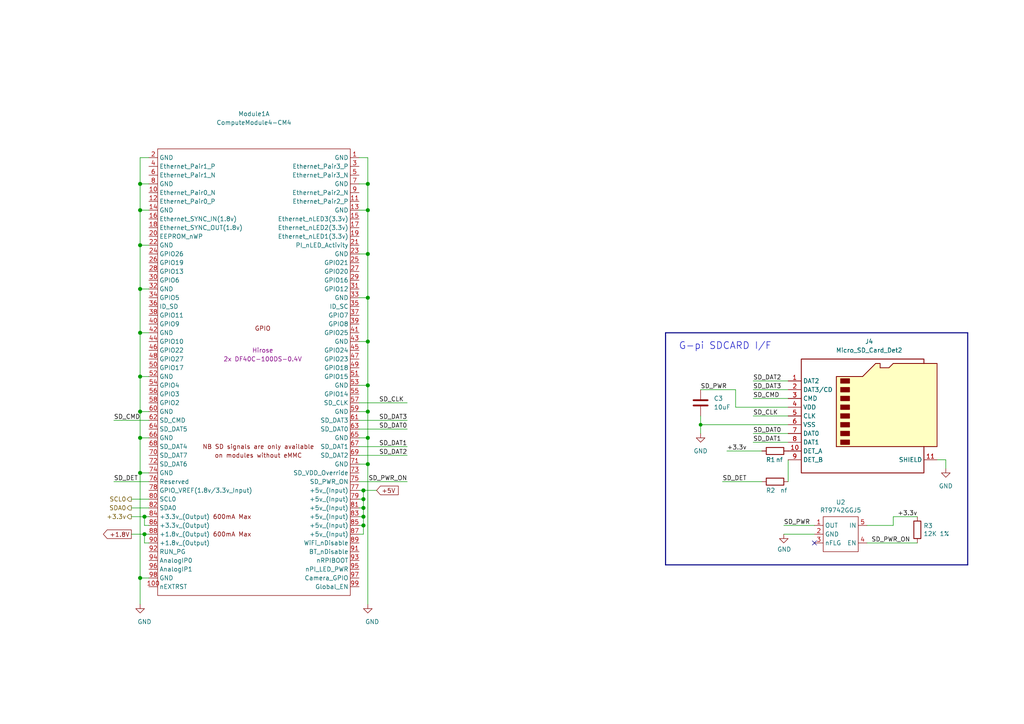
<source format=kicad_sch>
(kicad_sch (version 20230121) (generator eeschema)
  (paper "A4")
  (title_block (title "base") (date "2024-07-13") (rev "v01") (comment 2 "creativecommons.org/licenses/by-sa/4.0") (comment 3 "License: CC BY 4.0") (comment 4 "Author: Lucas Gomes "))
  (lib_symbols
    (symbol "CM4IO:ComputeModule4-CM4"
      (property "Reference" "Module" (at 113.03 -68.58 0))
      (property "Value" "ComputeModule4-CM4" (at 140.97 2.54 0))
      (property "Manufacturer" "Hirose" (at 0 0 0))
      (property "MPN" "2x DF40C-100DS-0.4V" (at 0 -2.54 0))
      (property "MPN (Alt)" "2x DF40HC(3.0)-100DS-0.4V" (at 0 0 0))
      (symbol "ComputeModule4-CM4_1_0"
        (text "GPIO" (at 0 6.35 0) (effects (font (size 1.27 1.27))))
      )
      (symbol "ComputeModule4-CM4_1_1"
        (rectangle (start -30.48 -71.12) (end 25.4 58.42))
        (text "600mA Max" (at -8.89 -53.34 0) (effects (font (size 1.27 1.27))))
        (text "600mA Max" (at -8.89 -48.26 0) (effects (font (size 1.27 1.27))))
        (text "NB SD signals are only available" (at -1.27 -27.94 0) (effects (font (size 1.27 1.27))))
        (text "on modules without eMMC" (at -1.27 -30.48 0) (effects (font (size 1.27 1.27))))
        (pin power_in line (at 27.94 55.88 180) (length 2.54) (name "GND") (number "1"))
        (pin passive line (at -33.02 45.72 0) (length 2.54) (name "Ethernet_Pair0_N") (number "10"))
        (pin output line (at -33.02 -68.58 0) (length 2.54) (name "nEXTRST") (number "100"))
        (pin passive line (at 27.94 43.18 180) (length 2.54) (name "Ethernet_Pair2_P") (number "11"))
        (pin passive line (at -33.02 43.18 0) (length 2.54) (name "Ethernet_Pair0_P") (number "12"))
        (pin power_in line (at 27.94 40.64 180) (length 2.54) (name "GND") (number "13"))
        (pin power_in line (at -33.02 40.64 0) (length 2.54) (name "GND") (number "14"))
        (pin output line (at 27.94 38.1 180) (length 2.54) (name "Ethernet_nLED3(3.3v)") (number "15"))
        (pin input line (at -33.02 38.1 0) (length 2.54) (name "Ethernet_SYNC_IN(1.8v)") (number "16"))
        (pin output line (at 27.94 35.56 180) (length 2.54) (name "Ethernet_nLED2(3.3v)") (number "17"))
        (pin input line (at -33.02 35.56 0) (length 2.54) (name "Ethernet_SYNC_OUT(1.8v)") (number "18"))
        (pin output line (at 27.94 33.02 180) (length 2.54) (name "Ethernet_nLED1(3.3v)") (number "19"))
        (pin power_in line (at -33.02 55.88 0) (length 2.54) (name "GND") (number "2"))
        (pin passive line (at -33.02 33.02 0) (length 2.54) (name "EEPROM_nWP") (number "20"))
        (pin open_collector line (at 27.94 30.48 180) (length 2.54) (name "PI_nLED_Activity") (number "21"))
        (pin power_in line (at -33.02 30.48 0) (length 2.54) (name "GND") (number "22"))
        (pin power_in line (at 27.94 27.94 180) (length 2.54) (name "GND") (number "23"))
        (pin passive line (at -33.02 27.94 0) (length 2.54) (name "GPIO26") (number "24"))
        (pin passive line (at 27.94 25.4 180) (length 2.54) (name "GPIO21") (number "25"))
        (pin passive line (at -33.02 25.4 0) (length 2.54) (name "GPIO19") (number "26"))
        (pin passive line (at 27.94 22.86 180) (length 2.54) (name "GPIO20") (number "27"))
        (pin passive line (at -33.02 22.86 0) (length 2.54) (name "GPIO13") (number "28"))
        (pin passive line (at 27.94 20.32 180) (length 2.54) (name "GPIO16") (number "29"))
        (pin passive line (at 27.94 53.34 180) (length 2.54) (name "Ethernet_Pair3_P") (number "3"))
        (pin passive line (at -33.02 20.32 0) (length 2.54) (name "GPIO6") (number "30"))
        (pin passive line (at 27.94 17.78 180) (length 2.54) (name "GPIO12") (number "31"))
        (pin power_in line (at -33.02 17.78 0) (length 2.54) (name "GND") (number "32"))
        (pin power_in line (at 27.94 15.24 180) (length 2.54) (name "GND") (number "33"))
        (pin passive line (at -33.02 15.24 0) (length 2.54) (name "GPIO5") (number "34"))
        (pin passive line (at 27.94 12.7 180) (length 2.54) (name "ID_SC") (number "35"))
        (pin passive line (at -33.02 12.7 0) (length 2.54) (name "ID_SD") (number "36"))
        (pin passive line (at 27.94 10.16 180) (length 2.54) (name "GPIO7") (number "37"))
        (pin passive line (at -33.02 10.16 0) (length 2.54) (name "GPIO11") (number "38"))
        (pin passive line (at 27.94 7.62 180) (length 2.54) (name "GPIO8") (number "39"))
        (pin passive line (at -33.02 53.34 0) (length 2.54) (name "Ethernet_Pair1_P") (number "4"))
        (pin passive line (at -33.02 7.62 0) (length 2.54) (name "GPIO9") (number "40"))
        (pin passive line (at 27.94 5.08 180) (length 2.54) (name "GPIO25") (number "41"))
        (pin power_in line (at -33.02 5.08 0) (length 2.54) (name "GND") (number "42"))
        (pin power_in line (at 27.94 2.54 180) (length 2.54) (name "GND") (number "43"))
        (pin passive line (at -33.02 2.54 0) (length 2.54) (name "GPIO10") (number "44"))
        (pin passive line (at 27.94 0 180) (length 2.54) (name "GPIO24") (number "45"))
        (pin passive line (at -33.02 0 0) (length 2.54) (name "GPIO22") (number "46"))
        (pin passive line (at 27.94 -2.54 180) (length 2.54) (name "GPIO23") (number "47"))
        (pin passive line (at -33.02 -2.54 0) (length 2.54) (name "GPIO27") (number "48"))
        (pin passive line (at 27.94 -5.08 180) (length 2.54) (name "GPIO18") (number "49"))
        (pin passive line (at 27.94 50.8 180) (length 2.54) (name "Ethernet_Pair3_N") (number "5"))
        (pin passive line (at -33.02 -5.08 0) (length 2.54) (name "GPIO17") (number "50"))
        (pin passive line (at 27.94 -7.62 180) (length 2.54) (name "GPIO15") (number "51"))
        (pin power_in line (at -33.02 -7.62 0) (length 2.54) (name "GND") (number "52"))
        (pin power_in line (at 27.94 -10.16 180) (length 2.54) (name "GND") (number "53"))
        (pin passive line (at -33.02 -10.16 0) (length 2.54) (name "GPIO4") (number "54"))
        (pin passive line (at 27.94 -12.7 180) (length 2.54) (name "GPIO14") (number "55"))
        (pin passive line (at -33.02 -12.7 0) (length 2.54) (name "GPIO3") (number "56"))
        (pin passive line (at 27.94 -15.24 180) (length 2.54) (name "SD_CLK") (number "57"))
        (pin passive line (at -33.02 -15.24 0) (length 2.54) (name "GPIO2") (number "58"))
        (pin power_in line (at 27.94 -17.78 180) (length 2.54) (name "GND") (number "59"))
        (pin passive line (at -33.02 50.8 0) (length 2.54) (name "Ethernet_Pair1_N") (number "6"))
        (pin power_in line (at -33.02 -17.78 0) (length 2.54) (name "GND") (number "60"))
        (pin passive line (at 27.94 -20.32 180) (length 2.54) (name "SD_DAT3") (number "61"))
        (pin passive line (at -33.02 -20.32 0) (length 2.54) (name "SD_CMD") (number "62"))
        (pin passive line (at 27.94 -22.86 180) (length 2.54) (name "SD_DAT0") (number "63"))
        (pin passive line (at -33.02 -22.86 0) (length 2.54) (name "SD_DAT5") (number "64"))
        (pin power_in line (at 27.94 -25.4 180) (length 2.54) (name "GND") (number "65"))
        (pin power_in line (at -33.02 -25.4 0) (length 2.54) (name "GND") (number "66"))
        (pin passive line (at 27.94 -27.94 180) (length 2.54) (name "SD_DAT1") (number "67"))
        (pin passive line (at -33.02 -27.94 0) (length 2.54) (name "SD_DAT4") (number "68"))
        (pin passive line (at 27.94 -30.48 180) (length 2.54) (name "SD_DAT2") (number "69"))
        (pin power_in line (at 27.94 48.26 180) (length 2.54) (name "GND") (number "7"))
        (pin passive line (at -33.02 -30.48 0) (length 2.54) (name "SD_DAT7") (number "70"))
        (pin power_in line (at 27.94 -33.02 180) (length 2.54) (name "GND") (number "71"))
        (pin passive line (at -33.02 -33.02 0) (length 2.54) (name "SD_DAT6") (number "72"))
        (pin input line (at 27.94 -35.56 180) (length 2.54) (name "SD_VDD_Override") (number "73"))
        (pin power_in line (at -33.02 -35.56 0) (length 2.54) (name "GND") (number "74"))
        (pin output line (at 27.94 -38.1 180) (length 2.54) (name "SD_PWR_ON") (number "75"))
        (pin passive line (at -33.02 -38.1 0) (length 2.54) (name "Reserved") (number "76"))
        (pin power_in line (at 27.94 -40.64 180) (length 2.54) (name "+5v_(Input)") (number "77"))
        (pin power_in line (at -33.02 -40.64 0) (length 2.54) (name "GPIO_VREF(1.8v/3.3v_Input)") (number "78"))
        (pin power_in line (at 27.94 -43.18 180) (length 2.54) (name "+5v_(Input)") (number "79"))
        (pin power_in line (at -33.02 48.26 0) (length 2.54) (name "GND") (number "8"))
        (pin passive line (at -33.02 -43.18 0) (length 2.54) (name "SCL0") (number "80"))
        (pin power_in line (at 27.94 -45.72 180) (length 2.54) (name "+5v_(Input)") (number "81"))
        (pin passive line (at -33.02 -45.72 0) (length 2.54) (name "SDA0") (number "82"))
        (pin power_in line (at 27.94 -48.26 180) (length 2.54) (name "+5v_(Input)") (number "83"))
        (pin power_out line (at -33.02 -48.26 0) (length 2.54) (name "+3.3v_(Output)") (number "84"))
        (pin power_in line (at 27.94 -50.8 180) (length 2.54) (name "+5v_(Input)") (number "85"))
        (pin power_out line (at -33.02 -50.8 0) (length 2.54) (name "+3.3v_(Output)") (number "86"))
        (pin power_in line (at 27.94 -53.34 180) (length 2.54) (name "+5v_(Input)") (number "87"))
        (pin power_out line (at -33.02 -53.34 0) (length 2.54) (name "+1.8v_(Output)") (number "88"))
        (pin power_in line (at 27.94 -55.88 180) (length 2.54) (name "WiFi_nDisable") (number "89"))
        (pin passive line (at 27.94 45.72 180) (length 2.54) (name "Ethernet_Pair2_N") (number "9"))
        (pin power_out line (at -33.02 -55.88 0) (length 2.54) (name "+1.8v_(Output)") (number "90"))
        (pin power_in line (at 27.94 -58.42 180) (length 2.54) (name "BT_nDisable") (number "91"))
        (pin passive line (at -33.02 -58.42 0) (length 2.54) (name "RUN_PG") (number "92"))
        (pin input line (at 27.94 -60.96 180) (length 2.54) (name "nRPIBOOT") (number "93"))
        (pin passive line (at -33.02 -60.96 0) (length 2.54) (name "AnalogIP0") (number "94"))
        (pin output line (at 27.94 -63.5 180) (length 2.54) (name "nPI_LED_PWR") (number "95"))
        (pin passive line (at -33.02 -63.5 0) (length 2.54) (name "AnalogIP1") (number "96"))
        (pin passive line (at 27.94 -66.04 180) (length 2.54) (name "Camera_GPIO") (number "97"))
        (pin power_in line (at -33.02 -66.04 0) (length 2.54) (name "GND") (number "98"))
        (pin input line (at 27.94 -68.58 180) (length 2.54) (name "Global_EN") (number "99"))
      )
      (symbol "ComputeModule4-CM4_2_1"
        (rectangle (start 114.3 -66.04) (end 165.1 63.5))
        (text "High Speed Serial" (at 140.97 0 0) (effects (font (size 1.27 1.27))))
        (pin input line (at 170.18 60.96 180) (length 5.08) (name "USB_OTG_ID") (number "101"))
        (pin input line (at 109.22 60.96 0) (length 5.08) (name "PCIe_CLK_nREQ") (number "102"))
        (pin passive line (at 170.18 58.42 180) (length 5.08) (name "USB2_N") (number "103"))
        (pin passive line (at 109.22 58.42 0) (length 5.08) (name "Reserved") (number "104"))
        (pin passive line (at 170.18 55.88 180) (length 5.08) (name "USB2_P") (number "105"))
        (pin passive line (at 109.22 55.88 0) (length 5.08) (name "Reserved") (number "106"))
        (pin power_in line (at 170.18 53.34 180) (length 5.08) (name "GND") (number "107"))
        (pin power_in line (at 109.22 53.34 0) (length 5.08) (name "GND") (number "108"))
        (pin bidirectional line (at 170.18 50.8 180) (length 5.08) (name "PCIe_nRST") (number "109"))
        (pin output line (at 109.22 50.8 0) (length 5.08) (name "PCIe_CLK_P") (number "110"))
        (pin passive line (at 170.18 48.26 180) (length 5.08) (name "VDAC_COMP") (number "111"))
        (pin output line (at 109.22 48.26 0) (length 5.08) (name "PCIe_CLK_N") (number "112"))
        (pin power_in line (at 170.18 45.72 180) (length 5.08) (name "GND") (number "113"))
        (pin power_in line (at 109.22 45.72 0) (length 5.08) (name "GND") (number "114"))
        (pin input line (at 170.18 43.18 180) (length 5.08) (name "CAM1_D0_N") (number "115"))
        (pin input line (at 109.22 43.18 0) (length 5.08) (name "PCIe_RX_P") (number "116"))
        (pin input line (at 170.18 40.64 180) (length 5.08) (name "CAM1_D0_P") (number "117"))
        (pin input line (at 109.22 40.64 0) (length 5.08) (name "PCIe_RX_N") (number "118"))
        (pin power_in line (at 170.18 38.1 180) (length 5.08) (name "GND") (number "119"))
        (pin power_in line (at 109.22 38.1 0) (length 5.08) (name "GND") (number "120"))
        (pin input line (at 170.18 35.56 180) (length 5.08) (name "CAM1_D1_N") (number "121"))
        (pin output line (at 109.22 35.56 0) (length 5.08) (name "PCIe_TX_P") (number "122"))
        (pin input line (at 170.18 33.02 180) (length 5.08) (name "CAM1_D1_P") (number "123"))
        (pin output line (at 109.22 33.02 0) (length 5.08) (name "PCIe_TX_N") (number "124"))
        (pin power_in line (at 170.18 30.48 180) (length 5.08) (name "GND") (number "125"))
        (pin power_in line (at 109.22 30.48 0) (length 5.08) (name "GND") (number "126"))
        (pin input line (at 170.18 27.94 180) (length 5.08) (name "CAM1_C_N") (number "127"))
        (pin input line (at 109.22 27.94 0) (length 5.08) (name "CAM0_D0_N") (number "128"))
        (pin input line (at 170.18 25.4 180) (length 5.08) (name "CAM1_C_P") (number "129"))
        (pin input line (at 109.22 25.4 0) (length 5.08) (name "CAM0_D0_P") (number "130"))
        (pin power_in line (at 170.18 22.86 180) (length 5.08) (name "GND") (number "131"))
        (pin power_in line (at 109.22 22.86 0) (length 5.08) (name "GND") (number "132"))
        (pin input line (at 170.18 20.32 180) (length 5.08) (name "CAM1_D2_N") (number "133"))
        (pin input line (at 109.22 20.32 0) (length 5.08) (name "CAM0_D1_N") (number "134"))
        (pin input line (at 170.18 17.78 180) (length 5.08) (name "CAM1_D2_P") (number "135"))
        (pin input line (at 109.22 17.78 0) (length 5.08) (name "CAM0_D1_P") (number "136"))
        (pin power_in line (at 170.18 15.24 180) (length 5.08) (name "GND") (number "137"))
        (pin power_in line (at 109.22 15.24 0) (length 5.08) (name "GND") (number "138"))
        (pin input line (at 170.18 12.7 180) (length 5.08) (name "CAM1_D3_N") (number "139"))
        (pin input line (at 109.22 12.7 0) (length 5.08) (name "CAM0_C_N") (number "140"))
        (pin input line (at 170.18 10.16 180) (length 5.08) (name "CAM1_D3_P") (number "141"))
        (pin input line (at 109.22 10.16 0) (length 5.08) (name "CAM0_C_P") (number "142"))
        (pin input line (at 170.18 7.62 180) (length 5.08) (name "HDMI1_HOTPLUG") (number "143"))
        (pin power_in line (at 109.22 7.62 0) (length 5.08) (name "GND") (number "144"))
        (pin bidirectional line (at 170.18 5.08 180) (length 5.08) (name "HDMI1_SDA") (number "145"))
        (pin output line (at 109.22 5.08 0) (length 5.08) (name "HDMI1_TX2_P") (number "146"))
        (pin open_collector line (at 170.18 2.54 180) (length 5.08) (name "HDMI1_SCL") (number "147"))
        (pin output line (at 109.22 2.54 0) (length 5.08) (name "HDMI1_TX2_N") (number "148"))
        (pin open_collector line (at 170.18 0 180) (length 5.08) (name "HDMI1_CEC") (number "149"))
        (pin power_in line (at 109.22 0 0) (length 5.08) (name "GND") (number "150"))
        (pin open_collector line (at 170.18 -2.54 180) (length 5.08) (name "HDMI0_CEC") (number "151"))
        (pin output line (at 109.22 -2.54 0) (length 5.08) (name "HDMI1_TX1_P") (number "152"))
        (pin input line (at 170.18 -5.08 180) (length 5.08) (name "HDMI0_HOTPLUG") (number "153"))
        (pin output line (at 109.22 -5.08 0) (length 5.08) (name "HDMI1_TX1_N") (number "154"))
        (pin power_in line (at 170.18 -7.62 180) (length 5.08) (name "GND") (number "155"))
        (pin power_in line (at 109.22 -7.62 0) (length 5.08) (name "GND") (number "156"))
        (pin output line (at 170.18 -10.16 180) (length 5.08) (name "DSI0_D0_N") (number "157"))
        (pin output line (at 109.22 -10.16 0) (length 5.08) (name "HDMI1_TX0_P") (number "158"))
        (pin output line (at 170.18 -12.7 180) (length 5.08) (name "DSI0_D0_P") (number "159"))
        (pin output line (at 109.22 -12.7 0) (length 5.08) (name "HDMI1_TX0_N") (number "160"))
        (pin power_in line (at 170.18 -15.24 180) (length 5.08) (name "GND") (number "161"))
        (pin power_in line (at 109.22 -15.24 0) (length 5.08) (name "GND") (number "162"))
        (pin output line (at 170.18 -17.78 180) (length 5.08) (name "DSI0_D1_N") (number "163"))
        (pin output line (at 109.22 -17.78 0) (length 5.08) (name "HDMI1_CLK_P") (number "164"))
        (pin output line (at 170.18 -20.32 180) (length 5.08) (name "DSI0_D1_P") (number "165"))
        (pin output line (at 109.22 -20.32 0) (length 5.08) (name "HDMI1_CLK_N") (number "166"))
        (pin power_in line (at 170.18 -22.86 180) (length 5.08) (name "GND") (number "167"))
        (pin power_in line (at 109.22 -22.86 0) (length 5.08) (name "GND") (number "168"))
        (pin output line (at 170.18 -25.4 180) (length 5.08) (name "DSI0_C_N") (number "169"))
        (pin output line (at 109.22 -25.4 0) (length 5.08) (name "HDMI0_TX2_P") (number "170"))
        (pin output line (at 170.18 -27.94 180) (length 5.08) (name "DSI0_C_P") (number "171"))
        (pin output line (at 109.22 -27.94 0) (length 5.08) (name "HDMI0_TX2_N") (number "172"))
        (pin power_in line (at 170.18 -30.48 180) (length 5.08) (name "GND") (number "173"))
        (pin power_in line (at 109.22 -30.48 0) (length 5.08) (name "GND") (number "174"))
        (pin output line (at 170.18 -33.02 180) (length 5.08) (name "DSI1_D0_N") (number "175"))
        (pin output line (at 109.22 -33.02 0) (length 5.08) (name "HDMI0_TX1_P") (number "176"))
        (pin output line (at 170.18 -35.56 180) (length 5.08) (name "DSI1_D0_P") (number "177"))
        (pin output line (at 109.22 -35.56 0) (length 5.08) (name "HDMI0_TX1_N") (number "178"))
        (pin power_in line (at 170.18 -38.1 180) (length 5.08) (name "GND") (number "179"))
        (pin power_in line (at 109.22 -38.1 0) (length 5.08) (name "GND") (number "180"))
        (pin output line (at 170.18 -40.64 180) (length 5.08) (name "DSI1_D1_N") (number "181"))
        (pin output line (at 109.22 -40.64 0) (length 5.08) (name "HDMI0_TX0_P") (number "182"))
        (pin output line (at 170.18 -43.18 180) (length 5.08) (name "DSI1_D1_P") (number "183"))
        (pin output line (at 109.22 -43.18 0) (length 5.08) (name "HDMI0_TX0_N") (number "184"))
        (pin power_in line (at 170.18 -45.72 180) (length 5.08) (name "GND") (number "185"))
        (pin power_in line (at 109.22 -45.72 0) (length 5.08) (name "GND") (number "186"))
        (pin output line (at 170.18 -48.26 180) (length 5.08) (name "DSI1_C_N") (number "187"))
        (pin output line (at 109.22 -48.26 0) (length 5.08) (name "HDMI0_CLK_P") (number "188"))
        (pin output line (at 170.18 -50.8 180) (length 5.08) (name "DSI1_C_P") (number "189"))
        (pin output line (at 109.22 -50.8 0) (length 5.08) (name "HDMI0_CLK_N") (number "190"))
        (pin power_in line (at 170.18 -53.34 180) (length 5.08) (name "GND") (number "191"))
        (pin power_in line (at 109.22 -53.34 0) (length 5.08) (name "GND") (number "192"))
        (pin output line (at 170.18 -55.88 180) (length 5.08) (name "DSI1_D2_N") (number "193"))
        (pin output line (at 109.22 -55.88 0) (length 5.08) (name "DSI1_D3_N") (number "194"))
        (pin output line (at 170.18 -58.42 180) (length 5.08) (name "DSI1_D2_P") (number "195"))
        (pin output line (at 109.22 -58.42 0) (length 5.08) (name "DSI1_D3_P") (number "196"))
        (pin power_in line (at 170.18 -60.96 180) (length 5.08) (name "GND") (number "197"))
        (pin power_in line (at 109.22 -60.96 0) (length 5.08) (name "GND") (number "198"))
        (pin bidirectional line (at 170.18 -63.5 180) (length 5.08) (name "HDMI0_SDA") (number "199"))
        (pin open_collector line (at 109.22 -63.5 0) (length 5.08) (name "HDMI0_SCL") (number "200"))
      )
    )
    (symbol "CM4IO:RT9742GGJ5"
      (property "Reference" "U" (at 0 0 0))
      (property "Value" "RT9742GGJ5" (at 0 0 0))
      (symbol "RT9742GGJ5_0_0"
        (pin power_out line (at -8.89 10.16 0) (length 2.54) (name "OUT") (number "1"))
        (pin power_in line (at -8.89 7.62 0) (length 2.54) (name "GND") (number "2"))
        (pin open_collector line (at -8.89 5.08 0) (length 2.54) (name "nFLG") (number "3"))
        (pin input line (at 6.35 5.08 180) (length 2.54) (name "EN") (number "4"))
        (pin power_in line (at 6.35 10.16 180) (length 2.54) (name "IN") (number "5"))
      )
      (symbol "RT9742GGJ5_0_1"
        (rectangle (start -6.35 12.7) (end 3.81 2.54))
      )
    )
    (symbol "Connector:Micro_SD_Card_Det2"
      (property "Reference" "J" (at -16.51 17.78 0))
      (property "Value" "Micro_SD_Card_Det2" (at 16.51 17.78 0))
      (symbol "Micro_SD_Card_Det2_0_1"
        (rectangle (start -7.62 -6.985) (end -5.08 -8.255) (stroke (width 0.254)) (fill (type outline)))
        (rectangle (start -7.62 -4.445) (end -5.08 -5.715) (stroke (width 0.254)) (fill (type outline)))
        (rectangle (start -7.62 -1.905) (end -5.08 -3.175) (stroke (width 0.254)) (fill (type outline)))
        (rectangle (start -7.62 0.635) (end -5.08 -0.635) (stroke (width 0.254)) (fill (type outline)))
        (rectangle (start -7.62 3.175) (end -5.08 1.905) (stroke (width 0.254)) (fill (type outline)))
        (rectangle (start -7.62 5.715) (end -5.08 4.445) (stroke (width 0.254)) (fill (type outline)))
        (rectangle (start -7.62 8.255) (end -5.08 6.985) (stroke (width 0.254)) (fill (type outline)))
        (rectangle (start -7.62 10.795) (end -5.08 9.525) (stroke (width 0.254)) (fill (type outline)))
        (polyline (pts (xy 16.51 15.24) (xy 16.51 16.51) (xy -19.05 16.51) (xy -19.05 -16.51) (xy 16.51 -16.51) (xy 16.51 -8.89)) (stroke (width 0.254)))
        (polyline (pts (xy -8.89 -8.89) (xy -8.89 11.43) (xy -1.27 11.43) (xy 2.54 15.24) (xy 3.81 15.24) (xy 3.81 13.97) (xy 6.35 13.97) (xy 7.62 15.24) (xy 20.32 15.24) (xy 20.32 -8.89) (xy -8.89 -8.89)) (stroke (width 0.254)) (fill (type background)))
      )
      (symbol "Micro_SD_Card_Det2_1_1"
        (pin bidirectional line (at -22.86 10.16 0) (length 3.81) (name "DAT2") (number "1"))
        (pin passive line (at -22.86 -10.16 0) (length 3.81) (name "DET_A") (number "10"))
        (pin passive line (at 20.32 -12.7 180) (length 3.81) (name "SHIELD") (number "11"))
        (pin bidirectional line (at -22.86 7.62 0) (length 3.81) (name "DAT3/CD") (number "2"))
        (pin input line (at -22.86 5.08 0) (length 3.81) (name "CMD") (number "3"))
        (pin power_in line (at -22.86 2.54 0) (length 3.81) (name "VDD") (number "4"))
        (pin input line (at -22.86 0 0) (length 3.81) (name "CLK") (number "5"))
        (pin power_in line (at -22.86 -2.54 0) (length 3.81) (name "VSS") (number "6"))
        (pin bidirectional line (at -22.86 -5.08 0) (length 3.81) (name "DAT0") (number "7"))
        (pin bidirectional line (at -22.86 -7.62 0) (length 3.81) (name "DAT1") (number "8"))
        (pin passive line (at -22.86 -12.7 0) (length 3.81) (name "DET_B") (number "9"))
      )
    )
    (symbol "Device:C" (pin_numbers hide) (pin_names (offset 0.254))
      (property "Reference" "C" (at 0.635 2.54 0))
      (property "Value" "C" (at 0.635 -2.54 0))
      (symbol "C_0_1"
        (polyline (pts (xy -2.032 -0.762) (xy 2.032 -0.762)) (stroke (width 0.508)))
        (polyline (pts (xy -2.032 0.762) (xy 2.032 0.762)) (stroke (width 0.508)))
      )
      (symbol "C_1_1"
        (pin passive line (at 0 3.81 270) (length 2.794) (name "~") (number "1"))
        (pin passive line (at 0 -3.81 90) (length 2.794) (name "~") (number "2"))
      )
    )
    (symbol "Device:R" (pin_numbers hide) (pin_names (offset 0))
      (property "Reference" "R" (at 2.032 0 90))
      (property "Value" "R" (at 0 0 90))
      (symbol "R_0_1"
        (rectangle (start -1.016 -2.54) (end 1.016 2.54) (stroke (width 0.254)))
      )
      (symbol "R_1_1"
        (pin passive line (at 0 3.81 270) (length 1.27) (name "~") (number "1"))
        (pin passive line (at 0 -3.81 90) (length 1.27) (name "~") (number "2"))
      )
    )
    (symbol "GND_1" (power) (pin_names (offset 0))
      (property "Value" "GND_1" (at 0 -3.81 0))
      (symbol "GND_1_0_1"
        (polyline (pts (xy 0 0) (xy 0 -1.27) (xy 1.27 -1.27) (xy 0 -2.54) (xy -1.27 -1.27) (xy 0 -1.27)))
      )
      (symbol "GND_1_1_1"
        (pin power_in line (at 0 0 270) (length 0) hide (name "GND") (number "1"))
      )
    )
    (symbol "power:GND" (power) (pin_names (offset 0))
      (property "Value" "GND" (at 0 -3.81 0))
      (symbol "GND_0_1"
        (polyline (pts (xy 0 0) (xy 0 -1.27) (xy 1.27 -1.27) (xy 0 -2.54) (xy -1.27 -1.27) (xy 0 -1.27)))
      )
      (symbol "GND_1_1"
        (pin power_in line (at 0 0 270) (length 0) hide (name "GND") (number "1"))
      )
    )
  )
  (junction (at 40.64 109.22) (diameter 1.016))
  (junction (at 106.68 53.34) (diameter 1.016))
  (junction (at 106.68 86.36) (diameter 1.016))
  (junction (at 40.64 137.16) (diameter 1.016))
  (junction (at 40.64 60.96) (diameter 1.016))
  (junction (at 105.41 152.4) (diameter 1.016))
  (junction (at 40.64 127) (diameter 1.016))
  (junction (at 40.64 96.52) (diameter 1.016))
  (junction (at 105.41 144.78) (diameter 1.016))
  (junction (at 106.68 119.38) (diameter 1.016))
  (junction (at 203.2 123.19))
  (junction (at 40.64 119.38) (diameter 1.016))
  (junction (at 106.68 99.06) (diameter 1.016))
  (junction (at 106.68 127) (diameter 1.016))
  (junction (at 40.64 53.34) (diameter 1.016))
  (junction (at 106.68 134.62) (diameter 1.016))
  (junction (at 106.68 73.66) (diameter 1.016))
  (junction (at 106.68 60.96) (diameter 1.016))
  (junction (at 41.91 149.86) (diameter 1.016))
  (junction (at 105.41 142.24) (diameter 1.016))
  (junction (at 105.41 147.32) (diameter 1.016))
  (junction (at 40.64 71.12) (diameter 1.016))
  (junction (at 40.64 83.82) (diameter 1.016))
  (junction (at 40.64 167.64) (diameter 1.016))
  (junction (at 106.68 111.76) (diameter 1.016))
  (junction (at 41.91 154.94) (diameter 1.016))
  (junction (at 105.41 149.86) (diameter 1.016))
  (no_connect (at 236.22 157.48))
  (wire (pts (xy 38.1 147.32) (xy 43.18 147.32)))
  (wire (pts (xy 41.91 157.48) (xy 41.91 154.94)))
  (wire (pts (xy 274.32 133.35) (xy 274.32 135.89)))
  (wire (pts (xy 104.14 124.46) (xy 118.11 124.46)))
  (wire (pts (xy 105.41 142.24) (xy 109.22 142.24)))
  (wire (pts (xy 38.1 144.78) (xy 43.18 144.78)))
  (bus (pts (xy 280.67 96.52) (xy 280.67 163.83)))
  (wire (pts (xy 40.64 119.38) (xy 43.18 119.38)))
  (wire (pts (xy 43.18 45.72) (xy 40.64 45.72)))
  (wire (pts (xy 210.82 130.81) (xy 220.98 130.81)))
  (wire (pts (xy 40.64 167.64) (xy 43.18 167.64)))
  (wire (pts (xy 104.14 132.08) (xy 118.11 132.08)))
  (wire (pts (xy 203.2 123.19) (xy 228.6 123.19)))
  (wire (pts (xy 43.18 152.4) (xy 41.91 152.4)))
  (wire (pts (xy 106.68 119.38) (xy 106.68 127)))
  (wire (pts (xy 40.64 83.82) (xy 40.64 96.52)))
  (wire (pts (xy 104.14 53.34) (xy 106.68 53.34)))
  (wire (pts (xy 33.02 121.92) (xy 43.18 121.92)))
  (wire (pts (xy 213.36 118.11) (xy 228.6 118.11)))
  (wire (pts (xy 40.64 45.72) (xy 40.64 53.34)))
  (wire (pts (xy 104.14 60.96) (xy 106.68 60.96)))
  (wire (pts (xy 104.14 45.72) (xy 106.68 45.72)))
  (wire (pts (xy 40.64 96.52) (xy 40.64 109.22)))
  (wire (pts (xy 40.64 109.22) (xy 43.18 109.22)))
  (wire (pts (xy 104.14 134.62) (xy 106.68 134.62)))
  (wire (pts (xy 40.64 71.12) (xy 43.18 71.12)))
  (wire (pts (xy 228.6 133.35) (xy 228.6 139.7)))
  (wire (pts (xy 106.68 99.06) (xy 106.68 111.76)))
  (wire (pts (xy 40.64 96.52) (xy 43.18 96.52)))
  (wire (pts (xy 236.22 154.94) (xy 227.33 154.94)))
  (wire (pts (xy 218.44 110.49) (xy 228.6 110.49)))
  (wire (pts (xy 41.91 149.86) (xy 43.18 149.86)))
  (wire (pts (xy 236.22 152.4) (xy 227.33 152.4)))
  (wire (pts (xy 106.68 111.76) (xy 106.68 119.38)))
  (wire (pts (xy 33.02 139.7) (xy 43.18 139.7)))
  (wire (pts (xy 105.41 152.4) (xy 105.41 149.86)))
  (wire (pts (xy 104.14 152.4) (xy 105.41 152.4)))
  (wire (pts (xy 105.41 149.86) (xy 105.41 147.32)))
  (wire (pts (xy 104.14 154.94) (xy 105.41 154.94)))
  (wire (pts (xy 218.44 128.27) (xy 228.6 128.27)))
  (wire (pts (xy 104.14 149.86) (xy 105.41 149.86)))
  (wire (pts (xy 106.68 86.36) (xy 106.68 99.06)))
  (wire (pts (xy 106.68 73.66) (xy 106.68 86.36)))
  (wire (pts (xy 105.41 144.78) (xy 105.41 142.24)))
  (wire (pts (xy 40.64 83.82) (xy 43.18 83.82)))
  (wire (pts (xy 271.78 133.35) (xy 274.32 133.35)))
  (wire (pts (xy 259.08 149.86) (xy 259.08 152.4)))
  (wire (pts (xy 218.44 125.73) (xy 228.6 125.73)))
  (wire (pts (xy 105.41 147.32) (xy 105.41 144.78)))
  (wire (pts (xy 218.44 115.57) (xy 228.6 115.57)))
  (wire (pts (xy 40.64 53.34) (xy 43.18 53.34)))
  (wire (pts (xy 203.2 113.03) (xy 213.36 113.03)))
  (wire (pts (xy 104.14 142.24) (xy 105.41 142.24)))
  (wire (pts (xy 209.55 139.7) (xy 220.98 139.7)))
  (wire (pts (xy 38.1 149.86) (xy 41.91 149.86)))
  (wire (pts (xy 104.14 121.92) (xy 118.11 121.92)))
  (wire (pts (xy 40.64 53.34) (xy 40.64 60.96)))
  (wire (pts (xy 40.64 119.38) (xy 40.64 127)))
  (bus (pts (xy 193.04 96.52) (xy 280.67 96.52)))
  (wire (pts (xy 40.64 127) (xy 40.64 137.16)))
  (wire (pts (xy 104.14 86.36) (xy 106.68 86.36)))
  (wire (pts (xy 105.41 154.94) (xy 105.41 152.4)))
  (wire (pts (xy 104.14 144.78) (xy 105.41 144.78)))
  (wire (pts (xy 203.2 120.65) (xy 203.2 123.19)))
  (bus (pts (xy 280.67 163.83) (xy 193.04 163.83)))
  (bus (pts (xy 193.04 163.83) (xy 193.04 96.52)))
  (wire (pts (xy 106.68 127) (xy 106.68 134.62)))
  (wire (pts (xy 40.64 109.22) (xy 40.64 119.38)))
  (wire (pts (xy 218.44 120.65) (xy 228.6 120.65)))
  (wire (pts (xy 40.64 71.12) (xy 40.64 83.82)))
  (wire (pts (xy 104.14 127) (xy 106.68 127)))
  (wire (pts (xy 106.68 45.72) (xy 106.68 53.34)))
  (wire (pts (xy 104.14 116.84) (xy 118.11 116.84)))
  (wire (pts (xy 104.14 139.7) (xy 118.11 139.7)))
  (wire (pts (xy 40.64 137.16) (xy 43.18 137.16)))
  (wire (pts (xy 104.14 119.38) (xy 106.68 119.38)))
  (wire (pts (xy 43.18 157.48) (xy 41.91 157.48)))
  (wire (pts (xy 104.14 111.76) (xy 106.68 111.76)))
  (wire (pts (xy 40.64 127) (xy 43.18 127)))
  (wire (pts (xy 40.64 137.16) (xy 40.64 167.64)))
  (wire (pts (xy 40.64 60.96) (xy 43.18 60.96)))
  (wire (pts (xy 106.68 134.62) (xy 106.68 175.26)))
  (wire (pts (xy 104.14 147.32) (xy 105.41 147.32)))
  (wire (pts (xy 266.065 149.86) (xy 259.08 149.86)))
  (wire (pts (xy 38.1 154.94) (xy 41.91 154.94)))
  (wire (pts (xy 251.46 152.4) (xy 259.08 152.4)))
  (wire (pts (xy 251.46 157.48) (xy 266.065 157.48)))
  (wire (pts (xy 41.91 154.94) (xy 43.18 154.94)))
  (wire (pts (xy 106.68 53.34) (xy 106.68 60.96)))
  (wire (pts (xy 40.64 60.96) (xy 40.64 71.12)))
  (wire (pts (xy 106.68 60.96) (xy 106.68 73.66)))
  (wire (pts (xy 104.14 73.66) (xy 106.68 73.66)))
  (wire (pts (xy 218.44 113.03) (xy 228.6 113.03)))
  (wire (pts (xy 41.91 152.4) (xy 41.91 149.86)))
  (wire (pts (xy 104.14 99.06) (xy 106.68 99.06)))
  (wire (pts (xy 40.64 167.64) (xy 40.64 175.26)))
  (wire (pts (xy 213.36 113.03) (xy 213.36 118.11)))
  (wire (pts (xy 104.14 129.54) (xy 118.11 129.54)))
  (wire (pts (xy 203.2 123.19) (xy 203.2 125.73)))
  (text "G-pi SDCARD I/F" (at 196.85 101.6 0) (effects (font (size 2.007 2.007)) (justify left bottom)))
  (label "+3.3v" (at 210.82 130.81 0))
  (label "SD_PWR_ON" (at 252.73 157.48 0))
  (label "+3.3v" (at 266.065 149.86 180))
  (label "SD_CMD" (at 218.44 115.57 0))
  (label "SD_PWR_ON" (at 118.11 139.7 180))
  (label "SD_DAT0" (at 218.44 125.73 0))
  (label "SD_DAT1" (at 118.11 129.54 180))
  (label "SD_DET" (at 33.02 139.7 0))
  (label "SD_PWR" (at 203.2 113.03 0))
  (label "SD_CLK" (at 218.44 120.65 0))
  (label "SD_DAT3" (at 118.11 121.92 180))
  (label "SD_DAT1" (at 218.44 128.27 0))
  (label "SD_DAT2" (at 118.11 132.08 180))
  (label "SD_CMD" (at 33.02 121.92 0))
  (label "SD_CLK " (at 118.11 116.84 180))
  (label "SD_DET" (at 209.55 139.7 0))
  (label "SD_PWR" (at 227.33 152.4 0))
  (label "SD_DAT2" (at 218.44 110.49 0))
  (label "SD_DAT0" (at 118.11 124.46 180))
  (label "SD_DAT3" (at 218.44 113.03 0))
  (global_label "+1.8V" (shape output) (at 38.1 154.94 180) (property "Intersheetrefs" "${INTERSHEET_REFS}" (effects hide)))
  (global_label "+5V" (shape input) (at 109.22 142.24 0) (property "Intersheetrefs" "${INTERSHEET_REFS}" (effects hide)))
  (hierarchical_label "+3.3v" (shape output) (at 38.1 149.86 180))
  (hierarchical_label "SDA0" (shape output) (at 38.1 147.32 180))
  (hierarchical_label "SCL0" (shape output) (at 38.1 144.78 180))
  (symbol (lib_name "GND_1") (lib_id "power:GND") (at 203.2 125.73 0) (unit 1)
    (property "Reference" "#PWR06" (effects hide))
    (property "Value" "GND" (at 203.2 130.81 0))
  )
  (symbol (lib_id "power:GND") (at 40.64 175.26 0) (unit 1)
    (property "Reference" "#PWR018" (effects hide))
    (property "Value" "GND" (at 41.91 180.34 0))
  )
  (symbol (lib_id "power:GND") (at 106.68 175.26 0) (unit 1)
    (property "Reference" "#PWR019" (effects hide))
    (property "Value" "GND" (at 107.95 180.34 0))
  )
  (symbol (lib_id "CM4IO:ComputeModule4-CM4") (at 76.2 101.6 0) (unit 1)
    (property "Reference" "Module1" (at 73.66 33.02 0))
    (property "Value" "ComputeModule4-CM4" (at 73.66 35.56 0))
    (property "Footprint" "CM4IO:Raspberry-Pi-4-Compute-Module" (effects hide))
    (property "Manufacturer" "Hirose" (at 76.2 101.6 0))
    (property "MPN" "2x DF40C-100DS-0.4V" (at 76.2 104.14 0))
    (property "Digi-Key_PN" "2x H11615CT-ND" (effects hide))
    (property "Digi-Key_PN (Alt)" "2x H124602CT-ND" (effects hide))
  )
  (symbol (lib_id "Device:C") (at 203.2 116.84 0) (unit 1)
    (property "Reference" "C3" (at 207.01 115.57 0) (effects (justify left)))
    (property "Value" "10uF" (at 207.01 118.11 0) (effects (justify left)))
    (property "Footprint" "Capacitor_SMD:C_0201_0603Metric" (effects hide))
  )
  (symbol (lib_id "Device:R") (at 224.79 130.81 270) (unit 1)
    (property "Reference" "R1" (at 223.52 133.35 90))
    (property "Value" "nf" (at 226.06 133.35 90))
    (property "Footprint" "Resistor_SMD:R_0201_0603Metric_Pad0.64x0.40mm_HandSolder" (effects hide))
  )
  (symbol (lib_name "GND_1") (lib_id "power:GND") (at 274.32 135.89 0) (unit 1)
    (property "Reference" "#PWR07" (effects hide))
    (property "Value" "GND" (at 274.32 140.97 0))
  )
  (symbol (lib_id "Connector:Micro_SD_Card_Det2") (at 251.46 120.65 0) (unit 1)
    (property "Reference" "J4" (at 252.095 99.06 0))
    (property "Value" "Micro_SD_Card_Det2" (at 252.095 101.6 0))
    (property "Footprint" "Connector_Card:microSD_HC_Hirose_DM3BT-DSF-PEJS" (effects hide))
    (property "Datasheet" "https://www.hirose.com/en/product/document?clcode=&productname=&series=DM3&documenttype=Catalog&lang=en&documentid=D49662_en" (effects hide))
  )
  (symbol (lib_id "power:GND") (at 227.33 154.94 0) (unit 1)
    (property "Reference" "#PWR08" (effects hide))
    (property "Value" "GND" (at 227.457 159.3342 0))
    (instances (project "base" (path "" (reference "#PWR08") (unit 1))) (project "CM4IOv5" (path "" (reference "#PWR0113") (unit 1))))
  )
  (symbol (lib_id "Device:R") (at 224.79 139.7 270) (unit 1)
    (property "Reference" "R2" (at 223.52 142.24 90))
    (property "Value" "nf" (at 227.33 142.24 90))
    (property "Footprint" "Resistor_SMD:R_0201_0603Metric_Pad0.64x0.40mm_HandSolder" (effects hide))
  )
  (symbol (lib_id "Device:R") (at 266.065 153.67 0) (unit 1)
    (property "Reference" "R3" (at 267.843 152.5016 0) (effects (justify left)))
    (property "Value" "12K 1%" (at 267.843 154.813 0) (effects (justify left)))
    (property "Footprint" "Resistor_SMD:R_0402_1005Metric" (effects hide))
    (property "Datasheet" "https://fscdn.rohm.com/en/products/databook/datasheet/passive/resistor/chip_resistor/mcr-e.pdf" (effects hide))
    (property "Field4" "Farnell" (effects hide))
    (property "Field5" "9239367" (effects hide))
    (property "Field7" "Rohm" (effects hide))
    (property "Field6" "MCR01MZPF1202" (effects hide))
    (property "Part Description" "Resistor 12K M1005 1% 63mW" (effects hide))
    (instances (project "base" (path "" (reference "R3") (unit 1))) (project "CM4IOv5" (path "" (reference "R29") (unit 1))))
  )
  (symbol (lib_id "CM4IO:RT9742GGJ5") (at 245.11 162.56 0) (unit 1)
    (property "Reference" "U2" (at 243.84 145.669 0))
    (property "Value" "RT9742GGJ5" (at 243.84 147.9804 0))
    (property "Footprint" "Package_TO_SOT_SMD:SOT-23-5" (effects hide))
    (property "Datasheet" "https://www.richtek.com/assets/product_file/RT9742/DS9742-00.pdf" (effects hide))
    (property "Field4" "Farnell" (effects hide))
    (property "Field5" "	2545875" (effects hide))
    (property "Field6" "RT9742GGJ5" (effects hide))
    (property "Field7" "RichTek" (effects hide))
    (property "Field8" "USWI00166" (effects hide))
    (property "Part Description" "	Power Switch/Driver 1:1 N-Channel 1A TSOT-23-5" (effects hide))
    (instances (project "base" (path "" (reference "U2") (unit 1))) (project "CM4IOv5" (path "" (reference "U18") (unit 1))))
  )
)
</source>
